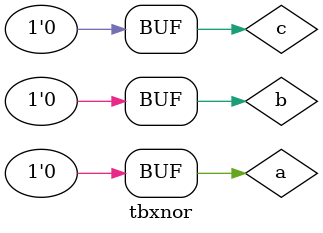
<source format=v>
`timescale 1ns / 1ps


module tbxnor;

	// Inputs
	reg a;
	reg b;
	reg c;

	// Outputs
	wire f;

	// Instantiate the Unit Under Test (UUT)
	sop uut (
		.a(a), 
		.b(b), 
		.c(c), 
		.f(f)
	);

	initial begin
		// Initialize Inputs
		a = 0;
		b = 0;
		c = 0;

		// Wait 100 ns for global reset to finish
		#100;
        
		// Add stimulus here

	end
      
endmodule


</source>
